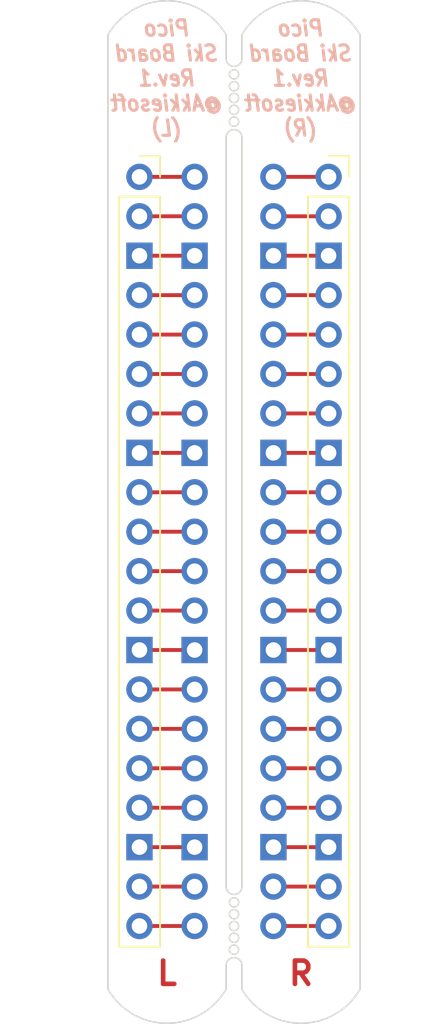
<source format=kicad_pcb>
(kicad_pcb (version 20211014) (generator pcbnew)
  (layers (0 "F.Cu" signal) (31 "B.Cu" signal) (34 "B.Paste" user) (35 "F.Paste" user) (36 "B.SilkS" user "B.Silkscreen") (37 "F.SilkS" user "F.Silkscreen") (38 "B.Mask" user) (39 "F.Mask" user) (44 "Edge.Cuts" user))
  (net 0 "")
  (net 1 "Net-(J1-Pad1)")
  (net 2 "Net-(J1-Pad2)")
  (net 3 "Net-(J1-Pad3)")
  (net 4 "Net-(J1-Pad4)")
  (net 5 "Net-(J1-Pad5)")
  (net 6 "Net-(J1-Pad6)")
  (net 7 "Net-(J1-Pad7)")
  (net 8 "Net-(J1-Pad8)")
  (net 9 "Net-(J1-Pad9)")
  (net 10 "Net-(J1-Pad10)")
  (net 11 "Net-(J1-Pad11)")
  (net 12 "Net-(J1-Pad12)")
  (net 13 "Net-(J1-Pad13)")
  (net 14 "Net-(J1-Pad14)")
  (net 15 "Net-(J1-Pad15)")
  (net 16 "Net-(J1-Pad16)")
  (net 17 "Net-(J1-Pad17)")
  (net 18 "Net-(J1-Pad18)")
  (net 19 "Net-(J1-Pad19)")
  (net 20 "Net-(J1-Pad20)")
  (net 21 "Net-(J3-Pad1)")
  (net 22 "Net-(J3-Pad2)")
  (net 23 "Net-(J3-Pad3)")
  (net 24 "Net-(J3-Pad4)")
  (net 25 "Net-(J3-Pad5)")
  (net 26 "Net-(J3-Pad6)")
  (net 27 "Net-(J3-Pad7)")
  (net 28 "Net-(J3-Pad8)")
  (net 29 "Net-(J3-Pad9)")
  (net 30 "Net-(J3-Pad10)")
  (net 31 "Net-(J3-Pad11)")
  (net 32 "Net-(J3-Pad12)")
  (net 33 "Net-(J3-Pad13)")
  (net 34 "Net-(J3-Pad14)")
  (net 35 "Net-(J3-Pad15)")
  (net 36 "Net-(J3-Pad16)")
  (net 37 "Net-(J3-Pad17)")
  (net 38 "Net-(J3-Pad18)")
  (net 39 "Net-(J3-Pad19)")
  (net 40 "Net-(J3-Pad20)")
  (footprint "Connector_PinSocket_2.54mm:PinSocket_1x20_P2.54mm_Vertical" (layer "F.Cu") (at 119.126 50.546)
    (fp_text reference "J3" hide)
    (fp_text value "Conn_01x20_Female")
    (fp_line (start 1.33 -1.33) (end 1.33 0) (layer "F.SilkS") (width 0.12))
    (fp_line (start 0 -1.33) (end 1.33 -1.33) (layer "F.SilkS") (width 0.12))
    (fp_line (start -1.33 1.27) (end 1.33 1.27) (layer "F.SilkS") (width 0.12))
    (fp_line (start 1.33 1.27) (end 1.33 49.59) (layer "F.SilkS") (width 0.12))
    (fp_line (start -1.33 1.27) (end -1.33 49.59) (layer "F.SilkS") (width 0.12))
    (fp_line (start -1.33 49.59) (end 1.33 49.59) (layer "F.SilkS") (width 0.12))
    (pad "1" thru_hole circle (at 0 0) (size 1.7 1.7) (drill 1) (layers *.Cu *.Mask) (net 21 "Net-(J3-Pad1)"))
    (pad "2" thru_hole oval (at 0 2.54) (size 1.7 1.7) (drill 1) (layers *.Cu *.Mask) (net 22 "Net-(J3-Pad2)"))
    (pad "3" thru_hole rect (at 0 5.08) (size 1.7 1.7) (drill 1) (layers *.Cu *.Mask) (net 23 "Net-(J3-Pad3)"))
    (pad "4" thru_hole oval (at 0 7.62) (size 1.7 1.7) (drill 1) (layers *.Cu *.Mask) (net 24 "Net-(J3-Pad4)"))
    (pad "5" thru_hole oval (at 0 10.16) (size 1.7 1.7) (drill 1) (layers *.Cu *.Mask) (net 25 "Net-(J3-Pad5)"))
    (pad "6" thru_hole oval (at 0 12.7) (size 1.7 1.7) (drill 1) (layers *.Cu *.Mask) (net 26 "Net-(J3-Pad6)"))
    (pad "7" thru_hole oval (at 0 15.24) (size 1.7 1.7) (drill 1) (layers *.Cu *.Mask) (net 27 "Net-(J3-Pad7)"))
    (pad "8" thru_hole rect (at 0 17.78) (size 1.7 1.7) (drill 1) (layers *.Cu *.Mask) (net 28 "Net-(J3-Pad8)"))
    (pad "9" thru_hole oval (at 0 20.32) (size 1.7 1.7) (drill 1) (layers *.Cu *.Mask) (net 29 "Net-(J3-Pad9)"))
    (pad "10" thru_hole oval (at 0 22.86) (size 1.7 1.7) (drill 1) (layers *.Cu *.Mask) (net 30 "Net-(J3-Pad10)"))
    (pad "11" thru_hole oval (at 0 25.4) (size 1.7 1.7) (drill 1) (layers *.Cu *.Mask) (net 31 "Net-(J3-Pad11)"))
    (pad "12" thru_hole oval (at 0 27.94) (size 1.7 1.7) (drill 1) (layers *.Cu *.Mask) (net 32 "Net-(J3-Pad12)"))
    (pad "13" thru_hole rect (at 0 30.48) (size 1.7 1.7) (drill 1) (layers *.Cu *.Mask) (net 33 "Net-(J3-Pad13)"))
    (pad "14" thru_hole oval (at 0 33.02) (size 1.7 1.7) (drill 1) (layers *.Cu *.Mask) (net 34 "Net-(J3-Pad14)"))
    (pad "15" thru_hole oval (at 0 35.56) (size 1.7 1.7) (drill 1) (layers *.Cu *.Mask) (net 35 "Net-(J3-Pad15)"))
    (pad "16" thru_hole oval (at 0 38.1) (size 1.7 1.7) (drill 1) (layers *.Cu *.Mask) (net 36 "Net-(J3-Pad16)"))
    (pad "17" thru_hole oval (at 0 40.64) (size 1.7 1.7) (drill 1) (layers *.Cu *.Mask) (net 37 "Net-(J3-Pad17)"))
    (pad "18" thru_hole rect (at 0 43.18) (size 1.7 1.7) (drill 1) (layers *.Cu *.Mask) (net 38 "Net-(J3-Pad18)"))
    (pad "19" thru_hole oval (at 0 45.72) (size 1.7 1.7) (drill 1) (layers *.Cu *.Mask) (net 39 "Net-(J3-Pad19)"))
    (pad "20" thru_hole oval (at 0 48.26) (size 1.7 1.7) (drill 1) (layers *.Cu *.Mask) (net 40 "Net-(J3-Pad20)"))
  )
  (footprint "Connector_PinHeader_2.54mm:PinHeader_1x20_P2.54mm_Vertical" (layer "F.Cu") (at 115.57 50.546)
    (fp_text reference "J4" hide)
    (fp_text value "Conn_01x20_Male")
    (pad "1" thru_hole circle (at 0 0) (size 1.7 1.7) (drill 1) (layers *.Cu *.Mask) (net 21 "Net-(J3-Pad1)"))
    (pad "2" thru_hole oval (at 0 2.54) (size 1.7 1.7) (drill 1) (layers *.Cu *.Mask) (net 22 "Net-(J3-Pad2)"))
    (pad "3" thru_hole rect (at 0 5.08) (size 1.7 1.7) (drill 1) (layers *.Cu *.Mask) (net 23 "Net-(J3-Pad3)"))
    (pad "4" thru_hole oval (at 0 7.62) (size 1.7 1.7) (drill 1) (layers *.Cu *.Mask) (net 24 "Net-(J3-Pad4)"))
    (pad "5" thru_hole oval (at 0 10.16) (size 1.7 1.7) (drill 1) (layers *.Cu *.Mask) (net 25 "Net-(J3-Pad5)"))
    (pad "6" thru_hole oval (at 0 12.7) (size 1.7 1.7) (drill 1) (layers *.Cu *.Mask) (net 26 "Net-(J3-Pad6)"))
    (pad "7" thru_hole oval (at 0 15.24) (size 1.7 1.7) (drill 1) (layers *.Cu *.Mask) (net 27 "Net-(J3-Pad7)"))
    (pad "8" thru_hole rect (at 0 17.78) (size 1.7 1.7) (drill 1) (layers *.Cu *.Mask) (net 28 "Net-(J3-Pad8)"))
    (pad "9" thru_hole oval (at 0 20.32) (size 1.7 1.7) (drill 1) (layers *.Cu *.Mask) (net 29 "Net-(J3-Pad9)"))
    (pad "10" thru_hole oval (at 0 22.86) (size 1.7 1.7) (drill 1) (layers *.Cu *.Mask) (net 30 "Net-(J3-Pad10)"))
    (pad "11" thru_hole oval (at 0 25.4) (size 1.7 1.7) (drill 1) (layers *.Cu *.Mask) (net 31 "Net-(J3-Pad11)"))
    (pad "12" thru_hole oval (at 0 27.94) (size 1.7 1.7) (drill 1) (layers *.Cu *.Mask) (net 32 "Net-(J3-Pad12)"))
    (pad "13" thru_hole rect (at 0 30.48) (size 1.7 1.7) (drill 1) (layers *.Cu *.Mask) (net 33 "Net-(J3-Pad13)"))
    (pad "14" thru_hole oval (at 0 33.02) (size 1.7 1.7) (drill 1) (layers *.Cu *.Mask) (net 34 "Net-(J3-Pad14)"))
    (pad "15" thru_hole oval (at 0 35.56) (size 1.7 1.7) (drill 1) (layers *.Cu *.Mask) (net 35 "Net-(J3-Pad15)"))
    (pad "16" thru_hole oval (at 0 38.1) (size 1.7 1.7) (drill 1) (layers *.Cu *.Mask) (net 36 "Net-(J3-Pad16)"))
    (pad "17" thru_hole oval (at 0 40.64) (size 1.7 1.7) (drill 1) (layers *.Cu *.Mask) (net 37 "Net-(J3-Pad17)"))
    (pad "18" thru_hole rect (at 0 43.18) (size 1.7 1.7) (drill 1) (layers *.Cu *.Mask) (net 38 "Net-(J3-Pad18)"))
    (pad "19" thru_hole oval (at 0 45.72) (size 1.7 1.7) (drill 1) (layers *.Cu *.Mask) (net 39 "Net-(J3-Pad19)"))
    (pad "20" thru_hole oval (at 0 48.26) (size 1.7 1.7) (drill 1) (layers *.Cu *.Mask) (net 40 "Net-(J3-Pad20)"))
  )
  (footprint "Connector_PinHeader_2.54mm:PinHeader_1x20_P2.54mm_Vertical" (layer "F.Cu") (at 110.49 50.546)
    (fp_text reference "J2" hide)
    (fp_text value "Conn_01x20_Male")
    (pad "1" thru_hole circle (at 0 0) (size 1.7 1.7) (drill 1) (layers *.Cu *.Mask) (net 1 "Net-(J1-Pad1)"))
    (pad "2" thru_hole oval (at 0 2.54) (size 1.7 1.7) (drill 1) (layers *.Cu *.Mask) (net 2 "Net-(J1-Pad2)"))
    (pad "3" thru_hole rect (at 0 5.08) (size 1.7 1.7) (drill 1) (layers *.Cu *.Mask) (net 3 "Net-(J1-Pad3)"))
    (pad "4" thru_hole oval (at 0 7.62) (size 1.7 1.7) (drill 1) (layers *.Cu *.Mask) (net 4 "Net-(J1-Pad4)"))
    (pad "5" thru_hole oval (at 0 10.16) (size 1.7 1.7) (drill 1) (layers *.Cu *.Mask) (net 5 "Net-(J1-Pad5)"))
    (pad "6" thru_hole oval (at 0 12.7) (size 1.7 1.7) (drill 1) (layers *.Cu *.Mask) (net 6 "Net-(J1-Pad6)"))
    (pad "7" thru_hole oval (at 0 15.24) (size 1.7 1.7) (drill 1) (layers *.Cu *.Mask) (net 7 "Net-(J1-Pad7)"))
    (pad "8" thru_hole rect (at 0 17.78) (size 1.7 1.7) (drill 1) (layers *.Cu *.Mask) (net 8 "Net-(J1-Pad8)"))
    (pad "9" thru_hole oval (at 0 20.32) (size 1.7 1.7) (drill 1) (layers *.Cu *.Mask) (net 9 "Net-(J1-Pad9)"))
    (pad "10" thru_hole oval (at 0 22.86) (size 1.7 1.7) (drill 1) (layers *.Cu *.Mask) (net 10 "Net-(J1-Pad10)"))
    (pad "11" thru_hole oval (at 0 25.4) (size 1.7 1.7) (drill 1) (layers *.Cu *.Mask) (net 11 "Net-(J1-Pad11)"))
    (pad "12" thru_hole oval (at 0 27.94) (size 1.7 1.7) (drill 1) (layers *.Cu *.Mask) (net 12 "Net-(J1-Pad12)"))
    (pad "13" thru_hole rect (at 0 30.48) (size 1.7 1.7) (drill 1) (layers *.Cu *.Mask) (net 13 "Net-(J1-Pad13)"))
    (pad "14" thru_hole oval (at 0 33.02) (size 1.7 1.7) (drill 1) (layers *.Cu *.Mask) (net 14 "Net-(J1-Pad14)"))
    (pad "15" thru_hole oval (at 0 35.56) (size 1.7 1.7) (drill 1) (layers *.Cu *.Mask) (net 15 "Net-(J1-Pad15)"))
    (pad "16" thru_hole oval (at 0 38.1) (size 1.7 1.7) (drill 1) (layers *.Cu *.Mask) (net 16 "Net-(J1-Pad16)"))
    (pad "17" thru_hole oval (at 0 40.64) (size 1.7 1.7) (drill 1) (layers *.Cu *.Mask) (net 17 "Net-(J1-Pad17)"))
    (pad "18" thru_hole rect (at 0 43.18) (size 1.7 1.7) (drill 1) (layers *.Cu *.Mask) (net 18 "Net-(J1-Pad18)"))
    (pad "19" thru_hole oval (at 0 45.72) (size 1.7 1.7) (drill 1) (layers *.Cu *.Mask) (net 19 "Net-(J1-Pad19)"))
    (pad "20" thru_hole oval (at 0 48.26) (size 1.7 1.7) (drill 1) (layers *.Cu *.Mask) (net 20 "Net-(J1-Pad20)"))
  )
  (footprint "Connector_PinSocket_2.54mm:PinSocket_1x20_P2.54mm_Vertical" (layer "F.Cu") (at 106.934 50.546)
    (fp_text reference "J1" hide)
    (fp_text value "Conn_01x20_Female")
    (fp_line (start -1.33 1.27) (end 1.33 1.27) (layer "F.SilkS") (width 0.12))
    (fp_line (start 1.33 -1.33) (end 1.33 0) (layer "F.SilkS") (width 0.12))
    (fp_line (start 0 -1.33) (end 1.33 -1.33) (layer "F.SilkS") (width 0.12))
    (fp_line (start -1.33 1.27) (end -1.33 49.59) (layer "F.SilkS") (width 0.12))
    (fp_line (start 1.33 1.27) (end 1.33 49.59) (layer "F.SilkS") (width 0.12))
    (fp_line (start -1.33 49.59) (end 1.33 49.59) (layer "F.SilkS") (width 0.12))
    (pad "1" thru_hole circle (at 0 0) (size 1.7 1.7) (drill 1) (layers *.Cu *.Mask) (net 1 "Net-(J1-Pad1)"))
    (pad "2" thru_hole oval (at 0 2.54) (size 1.7 1.7) (drill 1) (layers *.Cu *.Mask) (net 2 "Net-(J1-Pad2)"))
    (pad "3" thru_hole rect (at 0 5.08) (size 1.7 1.7) (drill 1) (layers *.Cu *.Mask) (net 3 "Net-(J1-Pad3)"))
    (pad "4" thru_hole oval (at 0 7.62) (size 1.7 1.7) (drill 1) (layers *.Cu *.Mask) (net 4 "Net-(J1-Pad4)"))
    (pad "5" thru_hole oval (at 0 10.16) (size 1.7 1.7) (drill 1) (layers *.Cu *.Mask) (net 5 "Net-(J1-Pad5)"))
    (pad "6" thru_hole oval (at 0 12.7) (size 1.7 1.7) (drill 1) (layers *.Cu *.Mask) (net 6 "Net-(J1-Pad6)"))
    (pad "7" thru_hole oval (at 0 15.24) (size 1.7 1.7) (drill 1) (layers *.Cu *.Mask) (net 7 "Net-(J1-Pad7)"))
    (pad "8" thru_hole rect (at 0 17.78) (size 1.7 1.7) (drill 1) (layers *.Cu *.Mask) (net 8 "Net-(J1-Pad8)"))
    (pad "9" thru_hole oval (at 0 20.32) (size 1.7 1.7) (drill 1) (layers *.Cu *.Mask) (net 9 "Net-(J1-Pad9)"))
    (pad "10" thru_hole oval (at 0 22.86) (size 1.7 1.7) (drill 1) (layers *.Cu *.Mask) (net 10 "Net-(J1-Pad10)"))
    (pad "11" thru_hole oval (at 0 25.4) (size 1.7 1.7) (drill 1) (layers *.Cu *.Mask) (net 11 "Net-(J1-Pad11)"))
    (pad "12" thru_hole oval (at 0 27.94) (size 1.7 1.7) (drill 1) (layers *.Cu *.Mask) (net 12 "Net-(J1-Pad12)"))
    (pad "13" thru_hole rect (at 0 30.48) (size 1.7 1.7) (drill 1) (layers *.Cu *.Mask) (net 13 "Net-(J1-Pad13)"))
    (pad "14" thru_hole oval (at 0 33.02) (size 1.7 1.7) (drill 1) (layers *.Cu *.Mask) (net 14 "Net-(J1-Pad14)"))
    (pad "15" thru_hole oval (at 0 35.56) (size 1.7 1.7) (drill 1) (layers *.Cu *.Mask) (net 15 "Net-(J1-Pad15)"))
    (pad "16" thru_hole oval (at 0 38.1) (size 1.7 1.7) (drill 1) (layers *.Cu *.Mask) (net 16 "Net-(J1-Pad16)"))
    (pad "17" thru_hole oval (at 0 40.64) (size 1.7 1.7) (drill 1) (layers *.Cu *.Mask) (net 17 "Net-(J1-Pad17)"))
    (pad "18" thru_hole rect (at 0 43.18) (size 1.7 1.7) (drill 1) (layers *.Cu *.Mask) (net 18 "Net-(J1-Pad18)"))
    (pad "19" thru_hole oval (at 0 45.72) (size 1.7 1.7) (drill 1) (layers *.Cu *.Mask) (net 19 "Net-(J1-Pad19)"))
    (pad "20" thru_hole oval (at 0 48.26) (size 1.7 1.7) (drill 1) (layers *.Cu *.Mask) (net 20 "Net-(J1-Pad20)"))
  )
  (gr_arc (start 113.538 96.266) (mid 113.03 96.774) (end 112.522 96.266) (layer "Edge.Cuts") (width 0.1))
  (gr_arc (start 112.522 101.346) (mid 113.03 100.838) (end 113.538 101.346) (layer "Edge.Cuts") (width 0.1))
  (gr_arc (start 113.538 41.402) (mid 117.348 39.202296) (end 121.158 41.402) (layer "Edge.Cuts") (width 0.1))
  (gr_circle (center 113.03 43.942) (end 113.33 43.942) (layer "Edge.Cuts") (width 0.1) (fill none))
  (gr_line (start 112.522 48.006) (end 112.522 96.266) (layer "Edge.Cuts") (width 0.1))
  (gr_circle (center 113.03 44.704) (end 113.33 44.704) (layer "Edge.Cuts") (width 0.1) (fill none))
  (gr_circle (center 113.03 98.806) (end 113.33 98.806) (layer "Edge.Cuts") (width 0.1) (fill none))
  (gr_arc (start 112.522 48.006) (mid 113.03 47.498) (end 113.538 48.006) (layer "Edge.Cuts") (width 0.1))
  (gr_line (start 113.538 41.402) (end 113.538 42.926) (layer "Edge.Cuts") (width 0.1))
  (gr_line (start 112.522 102.87) (end 112.522 101.346) (layer "Edge.Cuts") (width 0.1))
  (gr_circle (center 113.03 46.99) (end 113.33 46.99) (layer "Edge.Cuts") (width 0.1) (fill none))
  (gr_arc (start 121.158 102.87) (mid 117.348 105.069704) (end 113.538 102.87) (layer "Edge.Cuts") (width 0.1))
  (gr_arc (start 112.522 102.87) (mid 108.712 105.069704) (end 104.902 102.87) (layer "Edge.Cuts") (width 0.1))
  (gr_circle (center 113.03 98.044) (end 113.33 98.044) (layer "Edge.Cuts") (width 0.1) (fill none))
  (gr_arc (start 113.538 42.926) (mid 113.03 43.434) (end 112.522 42.926) (layer "Edge.Cuts") (width 0.1))
  (gr_line (start 121.158 41.402) (end 121.158 102.87) (layer "Edge.Cuts") (width 0.1))
  (gr_line (start 112.522 41.402) (end 112.522 42.926) (layer "Edge.Cuts") (width 0.1))
  (gr_circle (center 113.03 45.466) (end 113.33 45.466) (layer "Edge.Cuts") (width 0.1) (fill none))
  (gr_line (start 113.538 102.87) (end 113.538 101.346) (layer "Edge.Cuts") (width 0.1))
  (gr_line (start 113.538 48.006) (end 113.538 96.266) (layer "Edge.Cuts") (width 0.1))
  (gr_arc (start 104.902 41.402) (mid 108.712 39.202296) (end 112.522 41.402) (layer "Edge.Cuts") (width 0.1))
  (gr_circle (center 113.03 46.228) (end 113.33 46.228) (layer "Edge.Cuts") (width 0.1) (fill none))
  (gr_circle (center 113.03 99.568) (end 113.33 99.568) (layer "Edge.Cuts") (width 0.1) (fill none))
  (gr_circle (center 113.03 100.33) (end 113.33 100.33) (layer "Edge.Cuts") (width 0.1) (fill none))
  (gr_circle (center 113.03 97.282) (end 113.33 97.282) (layer "Edge.Cuts") (width 0.1) (fill none))
  (gr_line (start 104.902 41.402) (end 104.902 102.87) (layer "Edge.Cuts") (width 0.1))
  (gr_text "L" (at 108.712 101.854) (layer "F.Cu") (effects (font (size 1.5 1.5) (thickness 0.3))))
  (gr_text "R" (at 117.348 101.854) (layer "F.Cu") (effects (font (size 1.5 1.5) (thickness 0.3))))
  (gr_text "Pico\nSki Board\nRev.1\n@Akkiesoft\n(L)" (at 108.712 44.196) (layer "B.SilkS") (effects (font (size 1 0.9) (thickness 0.2) italic) (justify mirror)))
  (gr_text "Pico\nSki Board\nRev.1\n@Akkiesoft\n(R)" (at 117.348 44.196) (layer "B.SilkS") (effects (font (size 1 0.9) (thickness 0.2) italic) (justify mirror)))
  (segment (start 106.934 50.546) (end 110.49 50.546) (width 0.25) (layer "F.Cu") (net 1))
  (segment (start 110.49 53.086) (end 106.934 53.086) (width 0.25) (layer "F.Cu") (net 2))
  (segment (start 106.934 55.626) (end 110.49 55.626) (width 0.25) (layer "F.Cu") (net 3))
  (segment (start 110.49 58.166) (end 106.934 58.166) (width 0.25) (layer "F.Cu") (net 4))
  (segment (start 110.49 60.706) (end 106.934 60.706) (width 0.25) (layer "F.Cu") (net 5))
  (segment (start 110.49 63.246) (end 106.934 63.246) (width 0.25) (layer "F.Cu") (net 6))
  (segment (start 106.934 65.786) (end 110.49 65.786) (width 0.25) (layer "F.Cu") (net 7))
  (segment (start 106.934 68.326) (end 110.49 68.326) (width 0.25) (layer "F.Cu") (net 8))
  (segment (start 110.49 70.866) (end 106.934 70.866) (width 0.25) (layer "F.Cu") (net 9))
  (segment (start 106.934 73.406) (end 110.49 73.406) (width 0.25) (layer "F.Cu") (net 10))
  (segment (start 110.49 75.946) (end 106.934 75.946) (width 0.25) (layer "F.Cu") (net 11))
  (segment (start 106.934 78.486) (end 110.49 78.486) (width 0.25) (layer "F.Cu") (net 12))
  (segment (start 110.49 81.026) (end 106.934 81.026) (width 0.25) (layer "F.Cu") (net 13))
  (segment (start 106.934 83.566) (end 110.49 83.566) (width 0.25) (layer "F.Cu") (net 14))
  (segment (start 110.49 86.106) (end 106.934 86.106) (width 0.25) (layer "F.Cu") (net 15))
  (segment (start 106.934 88.646) (end 110.49 88.646) (width 0.25) (layer "F.Cu") (net 16))
  (segment (start 110.49 91.186) (end 106.934 91.186) (width 0.25) (layer "F.Cu") (net 17))
  (segment (start 106.934 93.726) (end 110.49 93.726) (width 0.25) (layer "F.Cu") (net 18))
  (segment (start 110.49 96.266) (end 106.934 96.266) (width 0.25) (layer "F.Cu") (net 19))
  (segment (start 106.934 98.806) (end 110.49 98.806) (width 0.25) (layer "F.Cu") (net 20))
  (segment (start 119.126 50.546) (end 115.57 50.546) (width 0.25) (layer "F.Cu") (net 21))
  (segment (start 115.57 53.086) (end 119.126 53.086) (width 0.25) (layer "F.Cu") (net 22))
  (segment (start 119.126 55.626) (end 115.57 55.626) (width 0.25) (layer "F.Cu") (net 23))
  (segment (start 115.57 58.166) (end 119.126 58.166) (width 0.25) (layer "F.Cu") (net 24))
  (segment (start 119.126 60.706) (end 115.57 60.706) (width 0.25) (layer "F.Cu") (net 25))
  (segment (start 115.57 63.246) (end 119.126 63.246) (width 0.25) (layer "F.Cu") (net 26))
  (segment (start 115.57 65.786) (end 119.126 65.786) (width 0.25) (layer "F.Cu") (net 27))
  (segment (start 119.126 68.326) (end 115.57 68.326) (width 0.25) (layer "F.Cu") (net 28))
  (segment (start 115.57 70.866) (end 119.126 70.866) (width 0.25) (layer "F.Cu") (net 29))
  (segment (start 115.57 73.406) (end 119.126 73.406) (width 0.25) (layer "F.Cu") (net 30))
  (segment (start 119.126 75.946) (end 115.57 75.946) (width 0.25) (layer "F.Cu") (net 31))
  (segment (start 115.57 78.486) (end 119.126 78.486) (width 0.25) (layer "F.Cu") (net 32))
  (segment (start 119.126 81.026) (end 115.57 81.026) (width 0.25) (layer "F.Cu") (net 33))
  (segment (start 115.57 83.566) (end 119.126 83.566) (width 0.25) (layer "F.Cu") (net 34))
  (segment (start 119.126 86.106) (end 115.57 86.106) (width 0.25) (layer "F.Cu") (net 35))
  (segment (start 115.57 88.646) (end 119.126 88.646) (width 0.25) (layer "F.Cu") (net 36))
  (segment (start 119.126 91.186) (end 115.57 91.186) (width 0.25) (layer "F.Cu") (net 37))
  (segment (start 115.57 93.726) (end 119.126 93.726) (width 0.25) (layer "F.Cu") (net 38))
  (segment (start 119.126 96.266) (end 115.57 96.266) (width 0.25) (layer "F.Cu") (net 39))
  (segment (start 115.57 98.806) (end 119.126 98.806) (width 0.25) (layer "F.Cu") (net 40))
)
</source>
